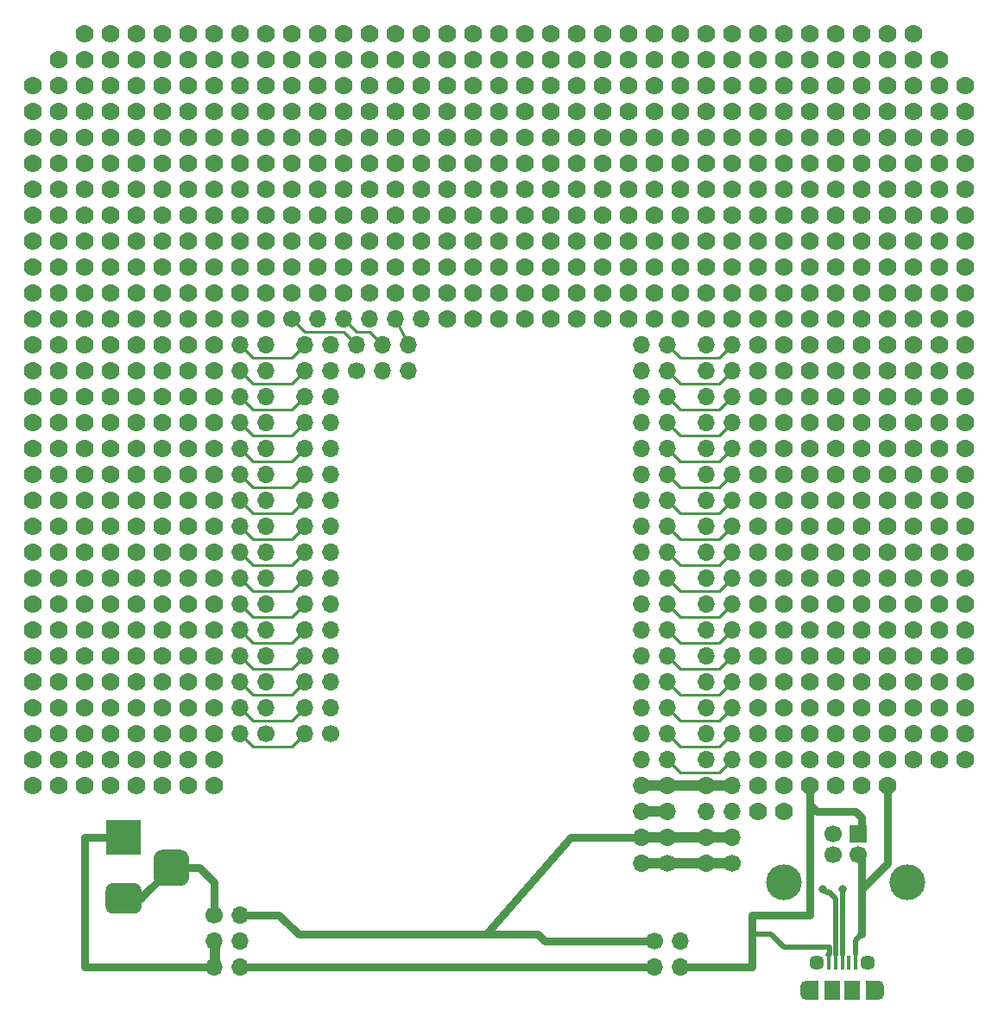
<source format=gbr>
G04 #@! TF.GenerationSoftware,KiCad,Pcbnew,(5.1.5)-3*
G04 #@! TF.CreationDate,2020-05-06T23:50:07+02:00*
G04 #@! TF.ProjectId,mega_pro_atmega2560,6d656761-5f70-4726-9f5f-61746d656761,rev?*
G04 #@! TF.SameCoordinates,Original*
G04 #@! TF.FileFunction,Copper,L1,Top*
G04 #@! TF.FilePolarity,Positive*
%FSLAX46Y46*%
G04 Gerber Fmt 4.6, Leading zero omitted, Abs format (unit mm)*
G04 Created by KiCad (PCBNEW (5.1.5)-3) date 2020-05-06 23:50:07*
%MOMM*%
%LPD*%
G04 APERTURE LIST*
%ADD10O,1.700000X1.700000*%
%ADD11C,1.700000*%
%ADD12C,1.778000*%
%ADD13R,1.500000X1.900000*%
%ADD14C,1.450000*%
%ADD15R,0.400000X1.350000*%
%ADD16O,1.200000X1.900000*%
%ADD17R,1.200000X1.900000*%
%ADD18R,3.500000X3.500000*%
%ADD19C,0.100000*%
%ADD20R,1.700000X1.700000*%
%ADD21C,3.500000*%
%ADD22C,0.800000*%
%ADD23C,0.750000*%
%ADD24C,0.500000*%
%ADD25C,1.000000*%
%ADD26C,0.250000*%
G04 APERTURE END LIST*
D10*
X120650000Y-109220000D03*
X118110000Y-109220000D03*
X120650000Y-106680000D03*
X118110000Y-106680000D03*
X120650000Y-104140000D03*
D11*
X118110000Y-104140000D03*
D10*
X163830000Y-109220000D03*
X161290000Y-109220000D03*
X163830000Y-106680000D03*
D11*
X161290000Y-106680000D03*
X168910000Y-99060000D03*
D10*
X166370000Y-99060000D03*
X168910000Y-96520000D03*
X166370000Y-96520000D03*
X168910000Y-93980000D03*
X166370000Y-93980000D03*
X168910000Y-91440000D03*
X166370000Y-91440000D03*
X168910000Y-88900000D03*
X166370000Y-88900000D03*
X168910000Y-86360000D03*
X166370000Y-86360000D03*
X168910000Y-83820000D03*
X166370000Y-83820000D03*
X168910000Y-81280000D03*
X166370000Y-81280000D03*
X168910000Y-78740000D03*
X166370000Y-78740000D03*
X168910000Y-76200000D03*
X166370000Y-76200000D03*
X168910000Y-73660000D03*
X166370000Y-73660000D03*
X168910000Y-71120000D03*
X166370000Y-71120000D03*
X168910000Y-68580000D03*
X166370000Y-68580000D03*
X168910000Y-66040000D03*
X166370000Y-66040000D03*
X168910000Y-63500000D03*
X166370000Y-63500000D03*
X168910000Y-60960000D03*
X166370000Y-60960000D03*
X168910000Y-58420000D03*
X166370000Y-58420000D03*
X168910000Y-55880000D03*
X166370000Y-55880000D03*
X168910000Y-53340000D03*
X166370000Y-53340000D03*
X168910000Y-50800000D03*
X166370000Y-50800000D03*
X168910000Y-48260000D03*
X166370000Y-48260000D03*
D11*
X123190000Y-86360000D03*
D10*
X120650000Y-86360000D03*
X123190000Y-83820000D03*
X120650000Y-83820000D03*
X123190000Y-81280000D03*
X120650000Y-81280000D03*
X123190000Y-78740000D03*
X120650000Y-78740000D03*
X123190000Y-76200000D03*
X120650000Y-76200000D03*
X123190000Y-73660000D03*
X120650000Y-73660000D03*
X123190000Y-71120000D03*
X120650000Y-71120000D03*
X123190000Y-68580000D03*
X120650000Y-68580000D03*
X123190000Y-66040000D03*
X120650000Y-66040000D03*
X123190000Y-63500000D03*
X120650000Y-63500000D03*
X123190000Y-60960000D03*
X120650000Y-60960000D03*
X123190000Y-58420000D03*
X120650000Y-58420000D03*
X123190000Y-55880000D03*
X120650000Y-55880000D03*
X123190000Y-53340000D03*
X120650000Y-53340000D03*
X123190000Y-50800000D03*
X120650000Y-50800000D03*
X123190000Y-48260000D03*
X120650000Y-48260000D03*
X138430000Y-45720000D03*
X135890000Y-45720000D03*
X133350000Y-45720000D03*
X130810000Y-45720000D03*
X128270000Y-45720000D03*
D11*
X125730000Y-45720000D03*
D12*
X113030000Y-68580000D03*
X115570000Y-68580000D03*
X146050000Y-45720000D03*
X151130000Y-45720000D03*
X140970000Y-45720000D03*
X143510000Y-45720000D03*
X153670000Y-45720000D03*
X148590000Y-45720000D03*
X161290000Y-45720000D03*
X166370000Y-45720000D03*
X156210000Y-45720000D03*
X158750000Y-45720000D03*
X168910000Y-45720000D03*
X163830000Y-45720000D03*
X123190000Y-45720000D03*
X120650000Y-45720000D03*
X171450000Y-40640000D03*
X171450000Y-43180000D03*
X168910000Y-43180000D03*
X166370000Y-43180000D03*
X166370000Y-40640000D03*
X168910000Y-40640000D03*
X163830000Y-43180000D03*
X161290000Y-43180000D03*
X161290000Y-40640000D03*
X163830000Y-40640000D03*
X158750000Y-43180000D03*
X156210000Y-43180000D03*
X156210000Y-40640000D03*
X158750000Y-40640000D03*
X153670000Y-43180000D03*
X151130000Y-43180000D03*
X151130000Y-40640000D03*
X153670000Y-40640000D03*
X148590000Y-43180000D03*
X146050000Y-43180000D03*
X146050000Y-40640000D03*
X148590000Y-40640000D03*
X143510000Y-43180000D03*
X140970000Y-43180000D03*
X140970000Y-40640000D03*
X143510000Y-40640000D03*
X138430000Y-43180000D03*
X135890000Y-43180000D03*
X135890000Y-40640000D03*
X138430000Y-40640000D03*
X133350000Y-43180000D03*
X130810000Y-43180000D03*
X130810000Y-40640000D03*
X133350000Y-40640000D03*
X128270000Y-43180000D03*
X125730000Y-43180000D03*
X125730000Y-40640000D03*
X128270000Y-40640000D03*
X123190000Y-43180000D03*
X120650000Y-43180000D03*
X120650000Y-40640000D03*
X123190000Y-40640000D03*
X173990000Y-93980000D03*
X171450000Y-93980000D03*
X171450000Y-91440000D03*
X173990000Y-91440000D03*
X173990000Y-88900000D03*
X171450000Y-88900000D03*
X171450000Y-86360000D03*
X173990000Y-86360000D03*
D10*
X160020000Y-48260000D03*
X162560000Y-48260000D03*
X160020000Y-50800000D03*
X162560000Y-50800000D03*
X160020000Y-53340000D03*
X162560000Y-53340000D03*
X160020000Y-55880000D03*
X162560000Y-55880000D03*
X160020000Y-58420000D03*
X162560000Y-58420000D03*
X160020000Y-60960000D03*
X162560000Y-60960000D03*
X160020000Y-63500000D03*
X162560000Y-63500000D03*
X160020000Y-66040000D03*
X162560000Y-66040000D03*
X160020000Y-68580000D03*
X162560000Y-68580000D03*
X160020000Y-71120000D03*
X162560000Y-71120000D03*
X160020000Y-73660000D03*
X162560000Y-73660000D03*
X160020000Y-76200000D03*
X162560000Y-76200000D03*
X160020000Y-78740000D03*
X162560000Y-78740000D03*
X160020000Y-81280000D03*
X162560000Y-81280000D03*
X160020000Y-83820000D03*
X162560000Y-83820000D03*
X160020000Y-86360000D03*
X162560000Y-86360000D03*
X160020000Y-88900000D03*
X162560000Y-88900000D03*
X160020000Y-91440000D03*
X162560000Y-91440000D03*
X160020000Y-93980000D03*
X162560000Y-93980000D03*
X160020000Y-96520000D03*
X162560000Y-96520000D03*
X160020000Y-99060000D03*
D11*
X162560000Y-99060000D03*
D10*
X127000000Y-48260000D03*
X129540000Y-48260000D03*
X127000000Y-50800000D03*
X129540000Y-50800000D03*
X127000000Y-53340000D03*
X129540000Y-53340000D03*
X127000000Y-55880000D03*
X129540000Y-55880000D03*
X127000000Y-58420000D03*
X129540000Y-58420000D03*
X127000000Y-60960000D03*
X129540000Y-60960000D03*
X127000000Y-63500000D03*
X129540000Y-63500000D03*
X127000000Y-66040000D03*
X129540000Y-66040000D03*
X127000000Y-68580000D03*
X129540000Y-68580000D03*
X127000000Y-71120000D03*
X129540000Y-71120000D03*
X127000000Y-73660000D03*
X129540000Y-73660000D03*
X127000000Y-76200000D03*
X129540000Y-76200000D03*
X127000000Y-78740000D03*
X129540000Y-78740000D03*
X127000000Y-81280000D03*
X129540000Y-81280000D03*
X127000000Y-83820000D03*
X129540000Y-83820000D03*
X127000000Y-86360000D03*
D11*
X129540000Y-86360000D03*
D10*
X137160000Y-48260000D03*
X137160000Y-50800000D03*
X134620000Y-48260000D03*
X134620000Y-50800000D03*
X132080000Y-48260000D03*
D11*
X132080000Y-50800000D03*
D12*
X171450000Y-48260000D03*
X171450000Y-53340000D03*
X171450000Y-50800000D03*
X171450000Y-45720000D03*
X171450000Y-58420000D03*
X171450000Y-63500000D03*
X171450000Y-60960000D03*
X171450000Y-55880000D03*
X171450000Y-68580000D03*
X171450000Y-73660000D03*
X171450000Y-71120000D03*
X171450000Y-66040000D03*
X171450000Y-78740000D03*
X171450000Y-76200000D03*
X171450000Y-81280000D03*
X171450000Y-83820000D03*
X186690000Y-20320000D03*
X102870000Y-20320000D03*
X189230000Y-20320000D03*
X179070000Y-17780000D03*
X176530000Y-17780000D03*
X176530000Y-20320000D03*
X179070000Y-20320000D03*
X186690000Y-17780000D03*
X179070000Y-27940000D03*
X191770000Y-25400000D03*
X189230000Y-25400000D03*
X191770000Y-27940000D03*
X189230000Y-27940000D03*
X186690000Y-27940000D03*
X186690000Y-25400000D03*
X186690000Y-22860000D03*
X189230000Y-22860000D03*
X191770000Y-22860000D03*
X191770000Y-33020000D03*
X189230000Y-33020000D03*
X191770000Y-35560000D03*
X189230000Y-35560000D03*
X186690000Y-35560000D03*
X186690000Y-33020000D03*
X186690000Y-30480000D03*
X189230000Y-30480000D03*
X191770000Y-30480000D03*
X189230000Y-53340000D03*
X186690000Y-53340000D03*
X186690000Y-55880000D03*
X189230000Y-55880000D03*
X191770000Y-63500000D03*
X189230000Y-63500000D03*
X189230000Y-66040000D03*
X191770000Y-66040000D03*
X191770000Y-78740000D03*
X189230000Y-78740000D03*
X189230000Y-81280000D03*
X191770000Y-81280000D03*
X179070000Y-86360000D03*
X176530000Y-86360000D03*
X176530000Y-88900000D03*
X179070000Y-88900000D03*
X181610000Y-55880000D03*
X176530000Y-25400000D03*
X179070000Y-25400000D03*
X184150000Y-53340000D03*
X181610000Y-53340000D03*
X181610000Y-50800000D03*
X184150000Y-50800000D03*
X191770000Y-48260000D03*
X189230000Y-48260000D03*
X191770000Y-50800000D03*
X189230000Y-50800000D03*
X186690000Y-50800000D03*
X186690000Y-48260000D03*
X186690000Y-45720000D03*
X189230000Y-45720000D03*
X191770000Y-45720000D03*
X191770000Y-58420000D03*
X189230000Y-58420000D03*
X189230000Y-60960000D03*
X191770000Y-60960000D03*
X184150000Y-55880000D03*
X191770000Y-40640000D03*
X189230000Y-40640000D03*
X191770000Y-43180000D03*
X189230000Y-43180000D03*
X186690000Y-43180000D03*
X186690000Y-40640000D03*
X186690000Y-38100000D03*
X189230000Y-38100000D03*
X191770000Y-38100000D03*
X191770000Y-73660000D03*
X189230000Y-73660000D03*
X189230000Y-76200000D03*
X191770000Y-76200000D03*
X191770000Y-68580000D03*
X189230000Y-68580000D03*
X189230000Y-71120000D03*
X191770000Y-71120000D03*
X105410000Y-48260000D03*
X102870000Y-48260000D03*
X105410000Y-50800000D03*
X102870000Y-50800000D03*
X100330000Y-50800000D03*
X100330000Y-48260000D03*
X100330000Y-45720000D03*
X102870000Y-45720000D03*
X105410000Y-45720000D03*
X191770000Y-86360000D03*
X191770000Y-53340000D03*
X105410000Y-25400000D03*
X102870000Y-25400000D03*
X105410000Y-27940000D03*
X102870000Y-27940000D03*
X100330000Y-27940000D03*
X100330000Y-25400000D03*
X100330000Y-22860000D03*
X102870000Y-22860000D03*
X105410000Y-22860000D03*
X105410000Y-33020000D03*
X102870000Y-33020000D03*
X105410000Y-35560000D03*
X102870000Y-35560000D03*
X100330000Y-35560000D03*
X100330000Y-33020000D03*
X100330000Y-30480000D03*
X102870000Y-30480000D03*
X105410000Y-30480000D03*
X105410000Y-78740000D03*
X102870000Y-78740000D03*
X105410000Y-81280000D03*
X102870000Y-81280000D03*
X100330000Y-81280000D03*
X100330000Y-78740000D03*
X100330000Y-76200000D03*
X102870000Y-76200000D03*
X105410000Y-76200000D03*
X189230000Y-83820000D03*
X105410000Y-63500000D03*
X102870000Y-63500000D03*
X105410000Y-66040000D03*
X102870000Y-66040000D03*
X100330000Y-66040000D03*
X100330000Y-63500000D03*
X100330000Y-60960000D03*
X102870000Y-60960000D03*
X105410000Y-60960000D03*
X191770000Y-83820000D03*
X191770000Y-88900000D03*
X191770000Y-55880000D03*
X105410000Y-40640000D03*
X102870000Y-40640000D03*
X105410000Y-43180000D03*
X102870000Y-43180000D03*
X100330000Y-43180000D03*
X100330000Y-40640000D03*
X100330000Y-38100000D03*
X102870000Y-38100000D03*
X105410000Y-38100000D03*
X105410000Y-86360000D03*
X102870000Y-86360000D03*
X105410000Y-88900000D03*
X102870000Y-88900000D03*
X100330000Y-88900000D03*
X100330000Y-86360000D03*
X100330000Y-83820000D03*
X102870000Y-83820000D03*
X105410000Y-83820000D03*
X105410000Y-71120000D03*
X102870000Y-71120000D03*
X105410000Y-73660000D03*
X102870000Y-73660000D03*
X100330000Y-73660000D03*
X100330000Y-71120000D03*
X100330000Y-68580000D03*
X102870000Y-68580000D03*
X105410000Y-68580000D03*
X105410000Y-55880000D03*
X102870000Y-55880000D03*
X105410000Y-58420000D03*
X102870000Y-58420000D03*
X100330000Y-58420000D03*
X100330000Y-55880000D03*
X100330000Y-53340000D03*
X102870000Y-53340000D03*
X105410000Y-53340000D03*
X105410000Y-91440000D03*
X128270000Y-20320000D03*
X125730000Y-20320000D03*
X125730000Y-17780000D03*
X128270000Y-17780000D03*
X102870000Y-91440000D03*
X100330000Y-91440000D03*
X113030000Y-20320000D03*
X110490000Y-20320000D03*
X110490000Y-17780000D03*
X113030000Y-17780000D03*
X153670000Y-17780000D03*
X151130000Y-17780000D03*
X151130000Y-20320000D03*
X153670000Y-20320000D03*
X158750000Y-17780000D03*
X156210000Y-17780000D03*
X156210000Y-20320000D03*
X158750000Y-20320000D03*
X118110000Y-20320000D03*
X115570000Y-20320000D03*
X115570000Y-17780000D03*
X118110000Y-17780000D03*
X123190000Y-20320000D03*
X120650000Y-20320000D03*
X120650000Y-17780000D03*
X123190000Y-17780000D03*
X133350000Y-20320000D03*
X130810000Y-20320000D03*
X130810000Y-17780000D03*
X133350000Y-17780000D03*
X148590000Y-17780000D03*
X146050000Y-17780000D03*
X146050000Y-20320000D03*
X148590000Y-20320000D03*
X163830000Y-17780000D03*
X161290000Y-17780000D03*
X161290000Y-20320000D03*
X163830000Y-20320000D03*
X173990000Y-17780000D03*
X171450000Y-17780000D03*
X171450000Y-20320000D03*
X173990000Y-20320000D03*
X138430000Y-20320000D03*
X135890000Y-20320000D03*
X135890000Y-17780000D03*
X138430000Y-17780000D03*
X184150000Y-17780000D03*
X181610000Y-17780000D03*
X181610000Y-20320000D03*
X184150000Y-20320000D03*
X168910000Y-17780000D03*
X166370000Y-17780000D03*
X166370000Y-20320000D03*
X168910000Y-20320000D03*
X143510000Y-20320000D03*
X140970000Y-20320000D03*
X140970000Y-17780000D03*
X143510000Y-17780000D03*
X107950000Y-20320000D03*
X105410000Y-20320000D03*
X105410000Y-17780000D03*
X107950000Y-17780000D03*
D13*
X180705000Y-111500000D03*
D14*
X177205000Y-108800000D03*
D15*
X179055000Y-108800000D03*
X178405000Y-108800000D03*
X181005000Y-108800000D03*
X180355000Y-108800000D03*
X179705000Y-108800000D03*
D14*
X182205000Y-108800000D03*
D13*
X178705000Y-111500000D03*
D16*
X176205000Y-111500000D03*
X183205000Y-111500000D03*
D17*
X182605000Y-111500000D03*
X176805000Y-111500000D03*
D18*
X109220000Y-96520000D03*
G04 #@! TA.AperFunction,ComponentPad*
D19*
G36*
X110293513Y-101023611D02*
G01*
X110366318Y-101034411D01*
X110437714Y-101052295D01*
X110507013Y-101077090D01*
X110573548Y-101108559D01*
X110636678Y-101146398D01*
X110695795Y-101190242D01*
X110750330Y-101239670D01*
X110799758Y-101294205D01*
X110843602Y-101353322D01*
X110881441Y-101416452D01*
X110912910Y-101482987D01*
X110937705Y-101552286D01*
X110955589Y-101623682D01*
X110966389Y-101696487D01*
X110970000Y-101770000D01*
X110970000Y-103270000D01*
X110966389Y-103343513D01*
X110955589Y-103416318D01*
X110937705Y-103487714D01*
X110912910Y-103557013D01*
X110881441Y-103623548D01*
X110843602Y-103686678D01*
X110799758Y-103745795D01*
X110750330Y-103800330D01*
X110695795Y-103849758D01*
X110636678Y-103893602D01*
X110573548Y-103931441D01*
X110507013Y-103962910D01*
X110437714Y-103987705D01*
X110366318Y-104005589D01*
X110293513Y-104016389D01*
X110220000Y-104020000D01*
X108220000Y-104020000D01*
X108146487Y-104016389D01*
X108073682Y-104005589D01*
X108002286Y-103987705D01*
X107932987Y-103962910D01*
X107866452Y-103931441D01*
X107803322Y-103893602D01*
X107744205Y-103849758D01*
X107689670Y-103800330D01*
X107640242Y-103745795D01*
X107596398Y-103686678D01*
X107558559Y-103623548D01*
X107527090Y-103557013D01*
X107502295Y-103487714D01*
X107484411Y-103416318D01*
X107473611Y-103343513D01*
X107470000Y-103270000D01*
X107470000Y-101770000D01*
X107473611Y-101696487D01*
X107484411Y-101623682D01*
X107502295Y-101552286D01*
X107527090Y-101482987D01*
X107558559Y-101416452D01*
X107596398Y-101353322D01*
X107640242Y-101294205D01*
X107689670Y-101239670D01*
X107744205Y-101190242D01*
X107803322Y-101146398D01*
X107866452Y-101108559D01*
X107932987Y-101077090D01*
X108002286Y-101052295D01*
X108073682Y-101034411D01*
X108146487Y-101023611D01*
X108220000Y-101020000D01*
X110220000Y-101020000D01*
X110293513Y-101023611D01*
G37*
G04 #@! TD.AperFunction*
G04 #@! TA.AperFunction,ComponentPad*
G36*
X114880765Y-97774213D02*
G01*
X114965704Y-97786813D01*
X115048999Y-97807677D01*
X115129848Y-97836605D01*
X115207472Y-97873319D01*
X115281124Y-97917464D01*
X115350094Y-97968616D01*
X115413718Y-98026282D01*
X115471384Y-98089906D01*
X115522536Y-98158876D01*
X115566681Y-98232528D01*
X115603395Y-98310152D01*
X115632323Y-98391001D01*
X115653187Y-98474296D01*
X115665787Y-98559235D01*
X115670000Y-98645000D01*
X115670000Y-100395000D01*
X115665787Y-100480765D01*
X115653187Y-100565704D01*
X115632323Y-100648999D01*
X115603395Y-100729848D01*
X115566681Y-100807472D01*
X115522536Y-100881124D01*
X115471384Y-100950094D01*
X115413718Y-101013718D01*
X115350094Y-101071384D01*
X115281124Y-101122536D01*
X115207472Y-101166681D01*
X115129848Y-101203395D01*
X115048999Y-101232323D01*
X114965704Y-101253187D01*
X114880765Y-101265787D01*
X114795000Y-101270000D01*
X113045000Y-101270000D01*
X112959235Y-101265787D01*
X112874296Y-101253187D01*
X112791001Y-101232323D01*
X112710152Y-101203395D01*
X112632528Y-101166681D01*
X112558876Y-101122536D01*
X112489906Y-101071384D01*
X112426282Y-101013718D01*
X112368616Y-100950094D01*
X112317464Y-100881124D01*
X112273319Y-100807472D01*
X112236605Y-100729848D01*
X112207677Y-100648999D01*
X112186813Y-100565704D01*
X112174213Y-100480765D01*
X112170000Y-100395000D01*
X112170000Y-98645000D01*
X112174213Y-98559235D01*
X112186813Y-98474296D01*
X112207677Y-98391001D01*
X112236605Y-98310152D01*
X112273319Y-98232528D01*
X112317464Y-98158876D01*
X112368616Y-98089906D01*
X112426282Y-98026282D01*
X112489906Y-97968616D01*
X112558876Y-97917464D01*
X112632528Y-97873319D01*
X112710152Y-97836605D01*
X112791001Y-97807677D01*
X112874296Y-97786813D01*
X112959235Y-97774213D01*
X113045000Y-97770000D01*
X114795000Y-97770000D01*
X114880765Y-97774213D01*
G37*
G04 #@! TD.AperFunction*
D20*
X181285000Y-96255000D03*
D11*
X178785000Y-96255000D03*
X178785000Y-98255000D03*
X181285000Y-98255000D03*
D21*
X186055000Y-100965000D03*
X174015000Y-100965000D03*
D12*
X148590000Y-33020000D03*
X146050000Y-33020000D03*
X143510000Y-33020000D03*
X143510000Y-35560000D03*
X143510000Y-38100000D03*
X146050000Y-38100000D03*
X148590000Y-38100000D03*
X146050000Y-35560000D03*
X148590000Y-35560000D03*
X163830000Y-25400000D03*
X161290000Y-25400000D03*
X158750000Y-25400000D03*
X158750000Y-27940000D03*
X158750000Y-30480000D03*
X161290000Y-30480000D03*
X163830000Y-30480000D03*
X161290000Y-27940000D03*
X163830000Y-27940000D03*
X118110000Y-33020000D03*
X115570000Y-33020000D03*
X113030000Y-33020000D03*
X113030000Y-35560000D03*
X113030000Y-38100000D03*
X115570000Y-38100000D03*
X118110000Y-38100000D03*
X115570000Y-35560000D03*
X118110000Y-35560000D03*
X163830000Y-33020000D03*
X161290000Y-33020000D03*
X158750000Y-33020000D03*
X158750000Y-35560000D03*
X158750000Y-38100000D03*
X161290000Y-38100000D03*
X163830000Y-38100000D03*
X161290000Y-35560000D03*
X163830000Y-35560000D03*
X118110000Y-63500000D03*
X115570000Y-63500000D03*
X113030000Y-63500000D03*
X113030000Y-66040000D03*
X113030000Y-68580000D03*
X115570000Y-68580000D03*
X118110000Y-68580000D03*
X115570000Y-66040000D03*
X118110000Y-66040000D03*
X118110000Y-48260000D03*
X115570000Y-48260000D03*
X113030000Y-48260000D03*
X113030000Y-50800000D03*
X113030000Y-53340000D03*
X115570000Y-53340000D03*
X118110000Y-53340000D03*
X115570000Y-50800000D03*
X118110000Y-50800000D03*
X179070000Y-38100000D03*
X176530000Y-38100000D03*
X173990000Y-38100000D03*
X173990000Y-40640000D03*
X173990000Y-43180000D03*
X176530000Y-43180000D03*
X179070000Y-43180000D03*
X176530000Y-40640000D03*
X179070000Y-40640000D03*
X179070000Y-78740000D03*
X176530000Y-78740000D03*
X173990000Y-78740000D03*
X173990000Y-81280000D03*
X173990000Y-83820000D03*
X176530000Y-83820000D03*
X179070000Y-83820000D03*
X176530000Y-81280000D03*
X179070000Y-81280000D03*
X118110000Y-40640000D03*
X115570000Y-40640000D03*
X113030000Y-40640000D03*
X113030000Y-43180000D03*
X113030000Y-45720000D03*
X115570000Y-45720000D03*
X118110000Y-45720000D03*
X115570000Y-43180000D03*
X118110000Y-43180000D03*
X133350000Y-25400000D03*
X130810000Y-25400000D03*
X128270000Y-25400000D03*
X128270000Y-27940000D03*
X128270000Y-30480000D03*
X130810000Y-30480000D03*
X133350000Y-30480000D03*
X130810000Y-27940000D03*
X133350000Y-27940000D03*
X140970000Y-25400000D03*
X138430000Y-25400000D03*
X135890000Y-25400000D03*
X135890000Y-27940000D03*
X135890000Y-30480000D03*
X138430000Y-30480000D03*
X140970000Y-30480000D03*
X138430000Y-27940000D03*
X140970000Y-27940000D03*
X118110000Y-78740000D03*
X115570000Y-78740000D03*
X113030000Y-78740000D03*
X113030000Y-81280000D03*
X113030000Y-83820000D03*
X115570000Y-83820000D03*
X118110000Y-83820000D03*
X115570000Y-81280000D03*
X118110000Y-81280000D03*
X171450000Y-33020000D03*
X168910000Y-33020000D03*
X166370000Y-33020000D03*
X166370000Y-35560000D03*
X166370000Y-38100000D03*
X168910000Y-38100000D03*
X171450000Y-38100000D03*
X168910000Y-35560000D03*
X171450000Y-35560000D03*
X179070000Y-30480000D03*
X176530000Y-30480000D03*
X173990000Y-30480000D03*
X173990000Y-33020000D03*
X173990000Y-35560000D03*
X176530000Y-35560000D03*
X179070000Y-35560000D03*
X176530000Y-33020000D03*
X179070000Y-33020000D03*
X140970000Y-33020000D03*
X138430000Y-33020000D03*
X135890000Y-33020000D03*
X135890000Y-35560000D03*
X135890000Y-38100000D03*
X138430000Y-38100000D03*
X140970000Y-38100000D03*
X138430000Y-35560000D03*
X140970000Y-35560000D03*
X148590000Y-25400000D03*
X146050000Y-25400000D03*
X143510000Y-25400000D03*
X143510000Y-27940000D03*
X143510000Y-30480000D03*
X146050000Y-30480000D03*
X148590000Y-30480000D03*
X146050000Y-27940000D03*
X148590000Y-27940000D03*
X125730000Y-33020000D03*
X123190000Y-33020000D03*
X120650000Y-33020000D03*
X120650000Y-35560000D03*
X120650000Y-38100000D03*
X123190000Y-38100000D03*
X125730000Y-38100000D03*
X123190000Y-35560000D03*
X125730000Y-35560000D03*
X156210000Y-33020000D03*
X153670000Y-33020000D03*
X151130000Y-33020000D03*
X151130000Y-35560000D03*
X151130000Y-38100000D03*
X153670000Y-38100000D03*
X156210000Y-38100000D03*
X153670000Y-35560000D03*
X156210000Y-35560000D03*
X125730000Y-25400000D03*
X123190000Y-25400000D03*
X120650000Y-25400000D03*
X120650000Y-27940000D03*
X120650000Y-30480000D03*
X123190000Y-30480000D03*
X125730000Y-30480000D03*
X123190000Y-27940000D03*
X125730000Y-27940000D03*
X133350000Y-33020000D03*
X130810000Y-33020000D03*
X128270000Y-33020000D03*
X128270000Y-35560000D03*
X128270000Y-38100000D03*
X130810000Y-38100000D03*
X133350000Y-38100000D03*
X130810000Y-35560000D03*
X133350000Y-35560000D03*
X186690000Y-78740000D03*
X184150000Y-78740000D03*
X181610000Y-78740000D03*
X181610000Y-81280000D03*
X181610000Y-83820000D03*
X184150000Y-83820000D03*
X186690000Y-83820000D03*
X184150000Y-81280000D03*
X186690000Y-81280000D03*
X118110000Y-71120000D03*
X115570000Y-71120000D03*
X113030000Y-71120000D03*
X113030000Y-73660000D03*
X113030000Y-76200000D03*
X115570000Y-76200000D03*
X118110000Y-76200000D03*
X115570000Y-73660000D03*
X118110000Y-73660000D03*
X118110000Y-25400000D03*
X115570000Y-25400000D03*
X113030000Y-25400000D03*
X113030000Y-27940000D03*
X113030000Y-30480000D03*
X115570000Y-30480000D03*
X118110000Y-30480000D03*
X115570000Y-27940000D03*
X118110000Y-27940000D03*
X118110000Y-55880000D03*
X115570000Y-55880000D03*
X113030000Y-55880000D03*
X113030000Y-58420000D03*
X113030000Y-60960000D03*
X115570000Y-60960000D03*
X118110000Y-60960000D03*
X115570000Y-58420000D03*
X118110000Y-58420000D03*
X156210000Y-25400000D03*
X153670000Y-25400000D03*
X151130000Y-25400000D03*
X151130000Y-27940000D03*
X151130000Y-30480000D03*
X153670000Y-30480000D03*
X156210000Y-30480000D03*
X153670000Y-27940000D03*
X156210000Y-27940000D03*
X118110000Y-86360000D03*
X115570000Y-86360000D03*
X113030000Y-86360000D03*
X113030000Y-88900000D03*
X113030000Y-91440000D03*
X115570000Y-91440000D03*
X118110000Y-91440000D03*
X115570000Y-88900000D03*
X118110000Y-88900000D03*
X138430000Y-22860000D03*
X179070000Y-50800000D03*
X176530000Y-50800000D03*
X173990000Y-50800000D03*
X173990000Y-53340000D03*
X173990000Y-55880000D03*
X176530000Y-55880000D03*
X179070000Y-55880000D03*
X176530000Y-53340000D03*
X179070000Y-53340000D03*
X133350000Y-22860000D03*
X151130000Y-22860000D03*
X156210000Y-22860000D03*
X166370000Y-22860000D03*
X140970000Y-22860000D03*
X161290000Y-22860000D03*
X146050000Y-22860000D03*
X179070000Y-58420000D03*
X176530000Y-58420000D03*
X173990000Y-58420000D03*
X173990000Y-60960000D03*
X173990000Y-63500000D03*
X176530000Y-63500000D03*
X179070000Y-63500000D03*
X176530000Y-60960000D03*
X179070000Y-60960000D03*
X171450000Y-22860000D03*
X163830000Y-22860000D03*
X186690000Y-58420000D03*
X184150000Y-58420000D03*
X181610000Y-58420000D03*
X181610000Y-60960000D03*
X181610000Y-63500000D03*
X184150000Y-63500000D03*
X186690000Y-63500000D03*
X184150000Y-60960000D03*
X186690000Y-60960000D03*
X168910000Y-22860000D03*
X158750000Y-22860000D03*
X135890000Y-22860000D03*
X148590000Y-22860000D03*
X179070000Y-66040000D03*
X176530000Y-66040000D03*
X173990000Y-66040000D03*
X173990000Y-68580000D03*
X173990000Y-71120000D03*
X176530000Y-71120000D03*
X179070000Y-71120000D03*
X176530000Y-68580000D03*
X179070000Y-68580000D03*
X153670000Y-22860000D03*
X130810000Y-22860000D03*
X143510000Y-22860000D03*
X186690000Y-66040000D03*
X184150000Y-66040000D03*
X181610000Y-66040000D03*
X181610000Y-68580000D03*
X181610000Y-71120000D03*
X184150000Y-71120000D03*
X186690000Y-71120000D03*
X184150000Y-68580000D03*
X186690000Y-68580000D03*
X118110000Y-22860000D03*
X113030000Y-22860000D03*
X181610000Y-43180000D03*
X179070000Y-22860000D03*
X173990000Y-27940000D03*
X176530000Y-22860000D03*
X125730000Y-22860000D03*
X173990000Y-22860000D03*
X123190000Y-22860000D03*
X120650000Y-22860000D03*
X176530000Y-27940000D03*
X115570000Y-22860000D03*
X184150000Y-91440000D03*
X181610000Y-91440000D03*
X176530000Y-45720000D03*
X173990000Y-45720000D03*
X173990000Y-48260000D03*
X176530000Y-48260000D03*
X176530000Y-91440000D03*
X179070000Y-91440000D03*
X110490000Y-22860000D03*
X107950000Y-22860000D03*
X107950000Y-25400000D03*
X110490000Y-25400000D03*
X181610000Y-45720000D03*
X179070000Y-45720000D03*
X179070000Y-48260000D03*
X181610000Y-48260000D03*
X110490000Y-27940000D03*
X107950000Y-27940000D03*
X107950000Y-30480000D03*
X110490000Y-30480000D03*
X110490000Y-48260000D03*
X107950000Y-48260000D03*
X107950000Y-50800000D03*
X110490000Y-50800000D03*
X110490000Y-38100000D03*
X107950000Y-38100000D03*
X107950000Y-40640000D03*
X110490000Y-40640000D03*
X110490000Y-53340000D03*
X107950000Y-53340000D03*
X107950000Y-55880000D03*
X110490000Y-55880000D03*
X171450000Y-27940000D03*
X168910000Y-27940000D03*
X168910000Y-30480000D03*
X171450000Y-30480000D03*
X110490000Y-58420000D03*
X107950000Y-58420000D03*
X107950000Y-60960000D03*
X110490000Y-60960000D03*
X184150000Y-33020000D03*
X181610000Y-33020000D03*
X181610000Y-35560000D03*
X184150000Y-35560000D03*
X110490000Y-83820000D03*
X107950000Y-83820000D03*
X107950000Y-86360000D03*
X110490000Y-86360000D03*
X110490000Y-33020000D03*
X107950000Y-33020000D03*
X107950000Y-35560000D03*
X110490000Y-35560000D03*
X184150000Y-86360000D03*
X181610000Y-86360000D03*
X181610000Y-88900000D03*
X184150000Y-88900000D03*
X110490000Y-63500000D03*
X107950000Y-63500000D03*
X107950000Y-66040000D03*
X110490000Y-66040000D03*
X184150000Y-38100000D03*
X181610000Y-38100000D03*
X181610000Y-40640000D03*
X184150000Y-40640000D03*
X110490000Y-68580000D03*
X107950000Y-68580000D03*
X107950000Y-71120000D03*
X110490000Y-71120000D03*
X110490000Y-73660000D03*
X107950000Y-73660000D03*
X107950000Y-76200000D03*
X110490000Y-76200000D03*
X110490000Y-78740000D03*
X107950000Y-78740000D03*
X107950000Y-81280000D03*
X110490000Y-81280000D03*
X110490000Y-43180000D03*
X107950000Y-43180000D03*
X107950000Y-45720000D03*
X110490000Y-45720000D03*
X110490000Y-88900000D03*
X107950000Y-88900000D03*
X107950000Y-91440000D03*
X110490000Y-91440000D03*
X176530000Y-73660000D03*
X173990000Y-73660000D03*
X173990000Y-76200000D03*
X176530000Y-76200000D03*
X181610000Y-73660000D03*
X179070000Y-73660000D03*
X179070000Y-76200000D03*
X181610000Y-76200000D03*
X168910000Y-25400000D03*
X189230000Y-86360000D03*
X186690000Y-86360000D03*
X186690000Y-88900000D03*
X189230000Y-88900000D03*
X171450000Y-25400000D03*
X184150000Y-45720000D03*
X184150000Y-43180000D03*
X166370000Y-30480000D03*
X166370000Y-27940000D03*
X166370000Y-25400000D03*
X184150000Y-22860000D03*
X181610000Y-22860000D03*
X181610000Y-25400000D03*
X184150000Y-25400000D03*
X184150000Y-48260000D03*
X184150000Y-27940000D03*
X181610000Y-27940000D03*
X181610000Y-30480000D03*
X184150000Y-30480000D03*
X186690000Y-73660000D03*
X184150000Y-73660000D03*
X184150000Y-76200000D03*
X186690000Y-76200000D03*
X128270000Y-22860000D03*
X173990000Y-25400000D03*
D22*
X177800000Y-101600000D03*
X179745000Y-101640000D03*
X181610000Y-106045000D03*
D23*
X105410000Y-109220000D02*
X118110000Y-109220000D01*
D24*
X178199999Y-101999999D02*
X177800000Y-101600000D01*
D23*
X181610000Y-101505000D02*
X181610000Y-98425000D01*
D25*
X118150000Y-109220000D02*
X118150000Y-106720000D01*
D23*
X163830000Y-109220000D02*
X170180000Y-109220000D01*
X181610000Y-94615000D02*
X180975000Y-93980000D01*
D24*
X178300001Y-101999999D02*
X178199999Y-101999999D01*
D23*
X177165000Y-93980000D02*
X176530000Y-93345000D01*
X180975000Y-93980000D02*
X177165000Y-93980000D01*
D24*
X179705000Y-108077000D02*
X179705000Y-101640000D01*
D23*
X161290000Y-109220000D02*
X148925510Y-109220000D01*
X184150000Y-99060000D02*
X184150000Y-93980000D01*
X181610000Y-94920000D02*
X181610000Y-94615000D01*
X176530000Y-93345000D02*
X176530000Y-91440000D01*
D25*
X109220000Y-102520000D02*
X110920000Y-102520000D01*
D23*
X181650000Y-101560000D02*
X184150000Y-99060000D01*
X181610000Y-96520000D02*
X181610000Y-94920000D01*
X184150000Y-93980000D02*
X184150000Y-91440000D01*
X110920000Y-102520000D02*
X113920000Y-99520000D01*
X179110000Y-91480000D02*
X179070000Y-91440000D01*
X105410000Y-96520000D02*
X109220000Y-96520000D01*
X118110000Y-104140000D02*
X118110000Y-100965000D01*
X116665000Y-99520000D02*
X118110000Y-100965000D01*
X113920000Y-99520000D02*
X116665000Y-99520000D01*
X105410000Y-109220000D02*
X105410000Y-96520000D01*
D24*
X173990000Y-107315000D02*
X172720000Y-106045000D01*
D23*
X141605000Y-106045000D02*
X126365000Y-106045000D01*
D24*
X178435000Y-107315000D02*
X173990000Y-107315000D01*
D23*
X126365000Y-106045000D02*
X124460000Y-104140000D01*
D24*
X172720000Y-106045000D02*
X170815000Y-106045000D01*
D23*
X124460000Y-104140000D02*
X120650000Y-104140000D01*
X181610000Y-106045000D02*
X181610000Y-100711000D01*
D24*
X179070000Y-108077000D02*
X179070000Y-102570000D01*
X181051200Y-106603800D02*
X181610000Y-106045000D01*
X181000400Y-108000800D02*
X181000400Y-106603800D01*
X181000400Y-106603800D02*
X181051200Y-106603800D01*
X179070000Y-102570000D02*
X178400000Y-101900000D01*
X178308000Y-108077000D02*
X178435000Y-107950000D01*
X178400000Y-101900000D02*
X178300001Y-101999999D01*
X178435000Y-107950000D02*
X178435000Y-107330000D01*
D23*
X170815000Y-106045000D02*
X170815000Y-109220000D01*
X170815000Y-109220000D02*
X170180000Y-109220000D01*
X161290000Y-106680000D02*
X150495000Y-106680000D01*
X150495000Y-106680000D02*
X149860000Y-106045000D01*
X120650000Y-109220000D02*
X148925510Y-109220000D01*
D25*
X160020000Y-93980000D02*
X162560000Y-93980000D01*
D23*
X160020000Y-96520000D02*
X153035000Y-96520000D01*
X149860000Y-106045000D02*
X144780000Y-106045000D01*
X144780000Y-106045000D02*
X141605000Y-106045000D01*
X153035000Y-96520000D02*
X144780000Y-106045000D01*
D25*
X160020000Y-96520000D02*
X168275000Y-96520000D01*
X160020000Y-99060000D02*
X168275000Y-99060000D01*
X160020000Y-91440000D02*
X168275000Y-91440000D01*
D23*
X176530000Y-104140000D02*
X176530000Y-93345000D01*
X170815000Y-106045000D02*
X170815000Y-104140000D01*
X170815000Y-104140000D02*
X176530000Y-104140000D01*
D26*
X121920000Y-49530000D02*
X120650000Y-48260000D01*
X127000000Y-48260000D02*
X125730000Y-49530000D01*
X125730000Y-49530000D02*
X121920000Y-49530000D01*
X121920000Y-52070000D02*
X120650000Y-50800000D01*
X127000000Y-50800000D02*
X125730000Y-52070000D01*
X125730000Y-52070000D02*
X121920000Y-52070000D01*
X121920000Y-54610000D02*
X120650000Y-53340000D01*
X127000000Y-53340000D02*
X125730000Y-54610000D01*
X125730000Y-54610000D02*
X121920000Y-54610000D01*
X127000000Y-55880000D02*
X125730000Y-57150000D01*
X125730000Y-57150000D02*
X121920000Y-57150000D01*
X121920000Y-57150000D02*
X120650000Y-55880000D01*
X125730000Y-59690000D02*
X121920000Y-59690000D01*
X127000000Y-58420000D02*
X125730000Y-59690000D01*
X121920000Y-59690000D02*
X120650000Y-58420000D01*
X127000000Y-60960000D02*
X125730000Y-62230000D01*
X121920000Y-62230000D02*
X120650000Y-60960000D01*
X125730000Y-62230000D02*
X121920000Y-62230000D01*
X127000000Y-63500000D02*
X125730000Y-64770000D01*
X121920000Y-64770000D02*
X120650000Y-63500000D01*
X125730000Y-64770000D02*
X121920000Y-64770000D01*
X121920000Y-67310000D02*
X120650000Y-66040000D01*
X127000000Y-66040000D02*
X125730000Y-67310000D01*
X125730000Y-67310000D02*
X121920000Y-67310000D01*
X121920000Y-69850000D02*
X120650000Y-68580000D01*
X127000000Y-68580000D02*
X125730000Y-69850000D01*
X125730000Y-69850000D02*
X121920000Y-69850000D01*
X121920000Y-72390000D02*
X120650000Y-71120000D01*
X127000000Y-71120000D02*
X125730000Y-72390000D01*
X125730000Y-72390000D02*
X121920000Y-72390000D01*
X121920000Y-74930000D02*
X120650000Y-73660000D01*
X127000000Y-73660000D02*
X125730000Y-74930000D01*
X125730000Y-74930000D02*
X121920000Y-74930000D01*
X121920000Y-77470000D02*
X120650000Y-76200000D01*
X127000000Y-76200000D02*
X125730000Y-77470000D01*
X125730000Y-77470000D02*
X121920000Y-77470000D01*
X121920000Y-80010000D02*
X120650000Y-78740000D01*
X127000000Y-78740000D02*
X125730000Y-80010000D01*
X125730000Y-80010000D02*
X121920000Y-80010000D01*
X121920000Y-82550000D02*
X120650000Y-81280000D01*
X127000000Y-81280000D02*
X125730000Y-82550000D01*
X125730000Y-82550000D02*
X121920000Y-82550000D01*
X121920000Y-85090000D02*
X120650000Y-83820000D01*
X127000000Y-83820000D02*
X125730000Y-85090000D01*
X125730000Y-85090000D02*
X121920000Y-85090000D01*
X127000000Y-86360000D02*
X125730000Y-87630000D01*
X121920000Y-87630000D02*
X120650000Y-86360000D01*
X125730000Y-87630000D02*
X121920000Y-87630000D01*
X162560000Y-88900000D02*
X163830000Y-90170000D01*
X163830000Y-90170000D02*
X167640000Y-90170000D01*
X167640000Y-90170000D02*
X168910000Y-88900000D01*
X167640000Y-87630000D02*
X168910000Y-86360000D01*
X162560000Y-86360000D02*
X163830000Y-87630000D01*
X163830000Y-87630000D02*
X167640000Y-87630000D01*
X162560000Y-83820000D02*
X163830000Y-85090000D01*
X167640000Y-85090000D02*
X168910000Y-83820000D01*
X163830000Y-85090000D02*
X167640000Y-85090000D01*
X163830000Y-82550000D02*
X162560000Y-81280000D01*
X168910000Y-81280000D02*
X167640000Y-82550000D01*
X167640000Y-82550000D02*
X163830000Y-82550000D01*
X167640000Y-80010000D02*
X168910000Y-78740000D01*
X162560000Y-78740000D02*
X163830000Y-80010000D01*
X163830000Y-80010000D02*
X167640000Y-80010000D01*
X167640000Y-77470000D02*
X168910000Y-76200000D01*
X162560000Y-76200000D02*
X163830000Y-77470000D01*
X163830000Y-77470000D02*
X167640000Y-77470000D01*
X163830000Y-74930000D02*
X162560000Y-73660000D01*
X168910000Y-73660000D02*
X167640000Y-74930000D01*
X167640000Y-74930000D02*
X163830000Y-74930000D01*
X163830000Y-72390000D02*
X162560000Y-71120000D01*
X168910000Y-71120000D02*
X167640000Y-72390000D01*
X167640000Y-72390000D02*
X163830000Y-72390000D01*
X167640000Y-69850000D02*
X168910000Y-68580000D01*
X162560000Y-68580000D02*
X163830000Y-69850000D01*
X163830000Y-69850000D02*
X167640000Y-69850000D01*
X163830000Y-67310000D02*
X162560000Y-66040000D01*
X168910000Y-66040000D02*
X167640000Y-67310000D01*
X167640000Y-67310000D02*
X163830000Y-67310000D01*
X167640000Y-64770000D02*
X168910000Y-63500000D01*
X162560000Y-63500000D02*
X163830000Y-64770000D01*
X163830000Y-64770000D02*
X167640000Y-64770000D01*
X163830000Y-62230000D02*
X162560000Y-60960000D01*
X168910000Y-60960000D02*
X167640000Y-62230000D01*
X167640000Y-62230000D02*
X163830000Y-62230000D01*
X167640000Y-59690000D02*
X168910000Y-58420000D01*
X162560000Y-58420000D02*
X163830000Y-59690000D01*
X163830000Y-59690000D02*
X167640000Y-59690000D01*
X163830000Y-57150000D02*
X162560000Y-55880000D01*
X168910000Y-55880000D02*
X167640000Y-57150000D01*
X167640000Y-57150000D02*
X163830000Y-57150000D01*
X167640000Y-54610000D02*
X168910000Y-53340000D01*
X162560000Y-53340000D02*
X163830000Y-54610000D01*
X163830000Y-54610000D02*
X167640000Y-54610000D01*
X163830000Y-52070000D02*
X162560000Y-50800000D01*
X168910000Y-50800000D02*
X167640000Y-52070000D01*
X167640000Y-52070000D02*
X163830000Y-52070000D01*
X167640000Y-49530000D02*
X168910000Y-48260000D01*
X162560000Y-48260000D02*
X163830000Y-49530000D01*
X163830000Y-49530000D02*
X167640000Y-49530000D01*
X127000000Y-46990000D02*
X125730000Y-45720000D01*
X132080000Y-48260000D02*
X130810000Y-46990000D01*
X130810000Y-46990000D02*
X127000000Y-46990000D01*
X132080000Y-46990000D02*
X130810000Y-45720000D01*
X134620000Y-48260000D02*
X133350000Y-46990000D01*
X133350000Y-46990000D02*
X132080000Y-46990000D01*
X137160000Y-48260000D02*
X135890000Y-45720000D01*
M02*

</source>
